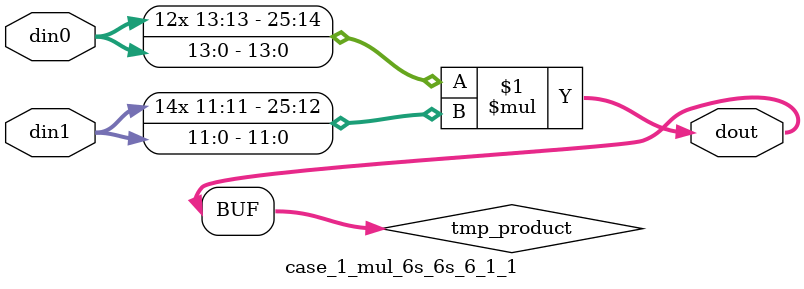
<source format=v>

`timescale 1 ns / 1 ps

 module case_1_mul_6s_6s_6_1_1(din0, din1, dout);
parameter ID = 1;
parameter NUM_STAGE = 0;
parameter din0_WIDTH = 14;
parameter din1_WIDTH = 12;
parameter dout_WIDTH = 26;

input [din0_WIDTH - 1 : 0] din0; 
input [din1_WIDTH - 1 : 0] din1; 
output [dout_WIDTH - 1 : 0] dout;

wire signed [dout_WIDTH - 1 : 0] tmp_product;



























assign tmp_product = $signed(din0) * $signed(din1);








assign dout = tmp_product;





















endmodule

</source>
